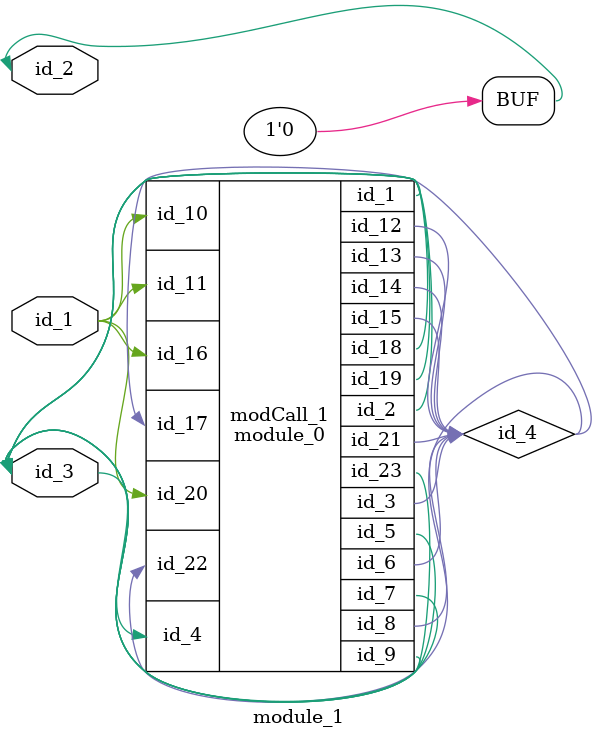
<source format=v>
module module_0 (
    id_1,
    id_2,
    id_3,
    id_4,
    id_5,
    id_6,
    id_7,
    id_8,
    id_9,
    id_10,
    id_11,
    id_12,
    id_13,
    id_14,
    id_15,
    id_16,
    id_17,
    id_18,
    id_19,
    id_20,
    id_21,
    id_22,
    id_23
);
  output wire id_23;
  input wire id_22;
  inout wire id_21;
  input wire id_20;
  inout wire id_19;
  output wire id_18;
  input wire id_17;
  input wire id_16;
  output wire id_15;
  output wire id_14;
  inout wire id_13;
  output wire id_12;
  input wire id_11;
  input wire id_10;
  inout wire id_9;
  inout wire id_8;
  inout wire id_7;
  inout wire id_6;
  inout wire id_5;
  input wire id_4;
  inout wire id_3;
  inout wire id_2;
  output wire id_1;
  wire id_24;
endmodule
module module_1 (
    id_1,
    id_2,
    id_3
);
  inout wire id_3;
  inout wire id_2;
  input wire id_1;
  assign id_2 = "";
  wire id_4;
  module_0 modCall_1 (
      id_3,
      id_3,
      id_4,
      id_3,
      id_3,
      id_4,
      id_3,
      id_4,
      id_3,
      id_1,
      id_1,
      id_4,
      id_4,
      id_4,
      id_4,
      id_1,
      id_4,
      id_3,
      id_3,
      id_1,
      id_4,
      id_4,
      id_3
  );
endmodule

</source>
